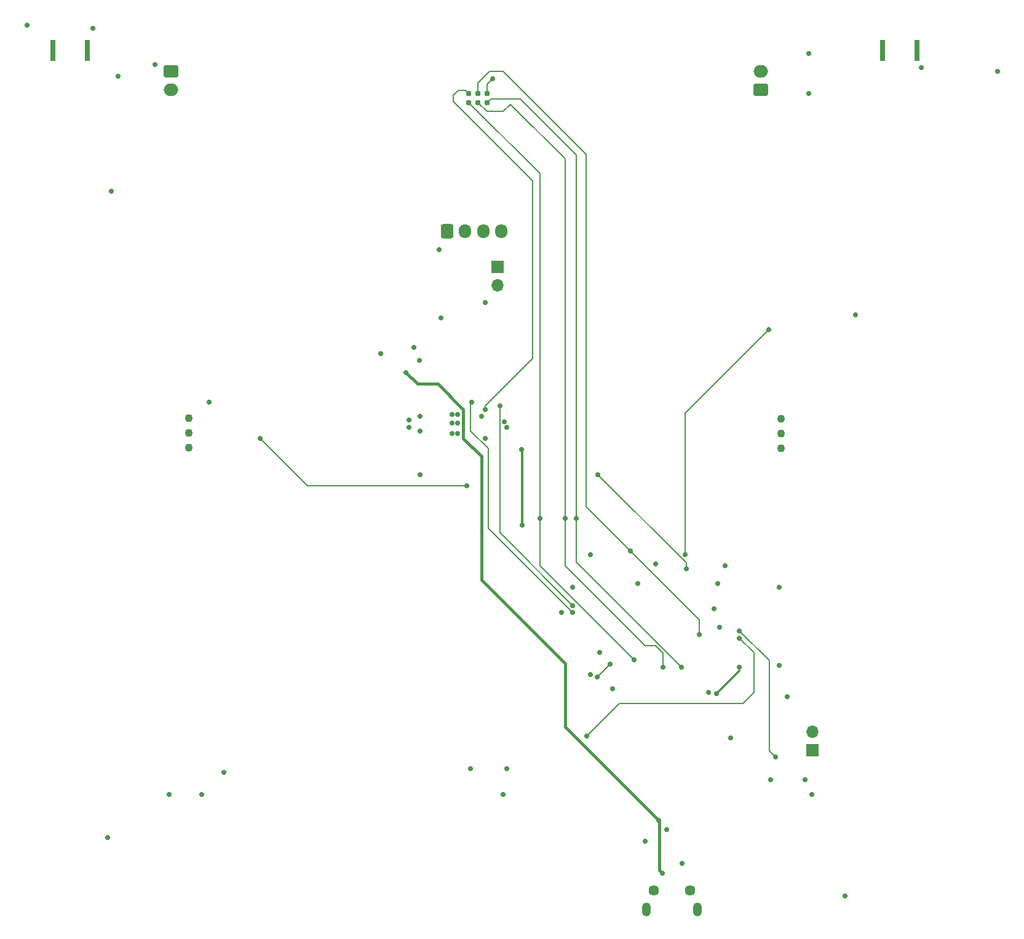
<source format=gbl>
G04 #@! TF.GenerationSoftware,KiCad,Pcbnew,9.0.0*
G04 #@! TF.CreationDate,2025-03-18T22:32:34-07:00*
G04 #@! TF.ProjectId,steering wheel v4,73746565-7269-46e6-9720-776865656c20,B*
G04 #@! TF.SameCoordinates,Original*
G04 #@! TF.FileFunction,Copper,L4,Bot*
G04 #@! TF.FilePolarity,Positive*
%FSLAX46Y46*%
G04 Gerber Fmt 4.6, Leading zero omitted, Abs format (unit mm)*
G04 Created by KiCad (PCBNEW 9.0.0) date 2025-03-18 22:32:34*
%MOMM*%
%LPD*%
G01*
G04 APERTURE LIST*
G04 Aperture macros list*
%AMRoundRect*
0 Rectangle with rounded corners*
0 $1 Rounding radius*
0 $2 $3 $4 $5 $6 $7 $8 $9 X,Y pos of 4 corners*
0 Add a 4 corners polygon primitive as box body*
4,1,4,$2,$3,$4,$5,$6,$7,$8,$9,$2,$3,0*
0 Add four circle primitives for the rounded corners*
1,1,$1+$1,$2,$3*
1,1,$1+$1,$4,$5*
1,1,$1+$1,$6,$7*
1,1,$1+$1,$8,$9*
0 Add four rect primitives between the rounded corners*
20,1,$1+$1,$2,$3,$4,$5,0*
20,1,$1+$1,$4,$5,$6,$7,0*
20,1,$1+$1,$6,$7,$8,$9,0*
20,1,$1+$1,$8,$9,$2,$3,0*%
G04 Aperture macros list end*
G04 #@! TA.AperFunction,ComponentPad*
%ADD10R,1.700000X1.700000*%
G04 #@! TD*
G04 #@! TA.AperFunction,ComponentPad*
%ADD11O,1.700000X1.700000*%
G04 #@! TD*
G04 #@! TA.AperFunction,HeatsinkPad*
%ADD12O,1.200000X1.900000*%
G04 #@! TD*
G04 #@! TA.AperFunction,HeatsinkPad*
%ADD13C,1.450000*%
G04 #@! TD*
G04 #@! TA.AperFunction,ComponentPad*
%ADD14C,1.100000*%
G04 #@! TD*
G04 #@! TA.AperFunction,ComponentPad*
%ADD15R,0.800000X3.000000*%
G04 #@! TD*
G04 #@! TA.AperFunction,ComponentPad*
%ADD16RoundRect,0.250000X-0.600000X-0.725000X0.600000X-0.725000X0.600000X0.725000X-0.600000X0.725000X0*%
G04 #@! TD*
G04 #@! TA.AperFunction,ComponentPad*
%ADD17O,1.700000X1.950000*%
G04 #@! TD*
G04 #@! TA.AperFunction,ComponentPad*
%ADD18RoundRect,0.250000X-0.750000X0.600000X-0.750000X-0.600000X0.750000X-0.600000X0.750000X0.600000X0*%
G04 #@! TD*
G04 #@! TA.AperFunction,ComponentPad*
%ADD19O,2.000000X1.700000*%
G04 #@! TD*
G04 #@! TA.AperFunction,ComponentPad*
%ADD20RoundRect,0.250000X0.750000X-0.600000X0.750000X0.600000X-0.750000X0.600000X-0.750000X-0.600000X0*%
G04 #@! TD*
G04 #@! TA.AperFunction,ConnectorPad*
%ADD21C,0.787400*%
G04 #@! TD*
G04 #@! TA.AperFunction,ViaPad*
%ADD22C,0.700000*%
G04 #@! TD*
G04 #@! TA.AperFunction,Conductor*
%ADD23C,0.200000*%
G04 #@! TD*
G04 #@! TA.AperFunction,Conductor*
%ADD24C,0.300000*%
G04 #@! TD*
G04 #@! TA.AperFunction,Conductor*
%ADD25C,0.400000*%
G04 #@! TD*
G04 APERTURE END LIST*
D10*
X197062500Y-128467058D03*
D11*
X197062500Y-125927058D03*
D12*
X174200000Y-150402500D03*
D13*
X175200000Y-147702500D03*
X180200000Y-147702500D03*
D12*
X181200000Y-150402500D03*
D10*
X153700000Y-61900000D03*
D11*
X153700000Y-64440000D03*
D14*
X192721122Y-82837913D03*
X192721122Y-84837913D03*
X192721122Y-86837913D03*
D15*
X211459122Y-32095413D03*
X206739122Y-32095413D03*
D16*
X146721122Y-56937913D03*
D17*
X149221122Y-56937913D03*
X151721122Y-56937913D03*
X154221122Y-56937913D03*
D18*
X108721122Y-34987913D03*
D19*
X108721122Y-37487913D03*
D15*
X97195627Y-32112913D03*
X92475627Y-32112913D03*
D14*
X111156122Y-86752913D03*
X111156122Y-84752913D03*
X111156122Y-82752913D03*
D20*
X189921122Y-37487913D03*
D19*
X189921122Y-34987913D03*
D21*
X149730000Y-38000000D03*
X149730000Y-39270000D03*
X151000000Y-38000000D03*
X151000000Y-39270000D03*
X152270000Y-38000000D03*
X152270000Y-39270000D03*
D22*
X191000000Y-70500000D03*
X179500000Y-101500000D03*
X143000000Y-90500000D03*
X184250000Y-111500000D03*
X179100000Y-144000000D03*
X191250000Y-132500000D03*
X137600000Y-73800000D03*
X142200000Y-73000000D03*
X151500000Y-82500000D03*
X185750000Y-126750000D03*
X167750000Y-115000000D03*
X154650000Y-83200000D03*
X173040000Y-105500000D03*
X164000000Y-106000000D03*
X141500000Y-84000000D03*
X148200000Y-82200000D03*
X155000000Y-131000000D03*
X147400000Y-83400000D03*
X184000000Y-105500000D03*
X185000000Y-103000000D03*
X143000000Y-84500000D03*
X196500000Y-32500000D03*
X150000000Y-131000000D03*
X108496122Y-134500000D03*
X143000000Y-82500000D03*
X166500000Y-101500000D03*
X169500000Y-120000000D03*
X155000000Y-84000000D03*
X145621122Y-59512913D03*
X148200000Y-84800000D03*
X175500000Y-102775000D03*
X153000000Y-36000000D03*
X193583622Y-121089971D03*
X147400000Y-82200000D03*
X196500000Y-38000000D03*
X192500000Y-106000000D03*
X147400000Y-84800000D03*
X148200000Y-83400000D03*
X196000000Y-132500000D03*
X141500000Y-83000000D03*
X183500000Y-109000000D03*
X192500000Y-116750000D03*
X182750000Y-120500000D03*
X101500000Y-35675000D03*
X152025000Y-66825000D03*
X145921122Y-68912913D03*
X116000000Y-131500000D03*
X157084220Y-97415780D03*
X152000000Y-81500000D03*
X157000000Y-87000000D03*
X187000000Y-117000000D03*
X183850000Y-120650000D03*
X100500000Y-51500000D03*
X222500000Y-35000000D03*
X106500000Y-34000000D03*
X88912500Y-28587500D03*
X177000000Y-139400000D03*
X152000000Y-85500000D03*
X100000000Y-140500000D03*
X203000000Y-68500000D03*
X98000000Y-29000000D03*
X201500000Y-148500000D03*
X113000000Y-134500000D03*
X154500000Y-134500000D03*
X162500000Y-109500000D03*
X166500000Y-118000000D03*
X114000000Y-80500000D03*
X142925000Y-74750000D03*
X212000000Y-34500000D03*
X174000000Y-141000000D03*
X197000000Y-134500000D03*
X181500000Y-112500000D03*
X172000000Y-101000000D03*
X159500000Y-96500000D03*
X172500000Y-116000000D03*
X179000000Y-117000000D03*
X164500000Y-96500000D03*
X176500000Y-117000000D03*
X163000000Y-96500000D03*
X166000000Y-126500000D03*
X187000000Y-113000000D03*
X192000000Y-129389000D03*
X187000000Y-112000000D03*
X164000000Y-108500000D03*
X154000000Y-81000000D03*
X164000000Y-109500000D03*
X150186122Y-80500000D03*
X176375000Y-145346043D03*
X141125000Y-76450000D03*
X175900000Y-138100000D03*
X167400000Y-118400000D03*
X169200000Y-116600000D03*
X121000000Y-85500000D03*
X167500000Y-90500000D03*
X149500000Y-92000000D03*
X179651000Y-103500000D03*
D23*
X179500000Y-101500000D02*
X179500000Y-82000000D01*
X179500000Y-82000000D02*
X191000000Y-70500000D01*
X152270000Y-36730000D02*
X153000000Y-36000000D01*
X152270000Y-38000000D02*
X152270000Y-36730000D01*
X147613700Y-38284451D02*
X147613700Y-39113700D01*
X158500000Y-74500000D02*
X152000000Y-81000000D01*
X149336301Y-37606301D02*
X148291850Y-37606301D01*
D24*
X183850000Y-120650000D02*
X187000000Y-117500000D01*
D23*
X152000000Y-81000000D02*
X152000000Y-81500000D01*
X187000000Y-117500000D02*
X187000000Y-117000000D01*
D24*
X157084220Y-87084220D02*
X157000000Y-87000000D01*
D23*
X148291850Y-37606301D02*
X147613700Y-38284451D01*
X147613700Y-39113700D02*
X158500000Y-50000000D01*
X149730000Y-38000000D02*
X149336301Y-37606301D01*
X158500000Y-50000000D02*
X158500000Y-74500000D01*
D24*
X157084220Y-97415780D02*
X157084220Y-87084220D01*
D23*
X165901000Y-46401000D02*
X154500000Y-35000000D01*
X181500000Y-112500000D02*
X181500000Y-110500000D01*
X172000000Y-101000000D02*
X165901000Y-94901000D01*
X151000000Y-36602745D02*
X151000000Y-38000000D01*
X181500000Y-110500000D02*
X172000000Y-101000000D01*
X154500000Y-35000000D02*
X152602745Y-35000000D01*
X152602745Y-35000000D02*
X151000000Y-36602745D01*
X165901000Y-94901000D02*
X165901000Y-46401000D01*
X159500000Y-49040000D02*
X159500000Y-96500000D01*
X159500000Y-103000000D02*
X172500000Y-116000000D01*
X159500000Y-96500000D02*
X159500000Y-103000000D01*
X149730000Y-39270000D02*
X159500000Y-49040000D01*
X164500000Y-102500000D02*
X164500000Y-96500000D01*
X156804700Y-38804700D02*
X158000000Y-40000000D01*
X152270000Y-39270000D02*
X152735300Y-38804700D01*
X164500000Y-96500000D02*
X164500000Y-46500000D01*
X152735300Y-38804700D02*
X156804700Y-38804700D01*
X164500000Y-46500000D02*
X158000000Y-40000000D01*
X179000000Y-117000000D02*
X164500000Y-102500000D01*
X154502700Y-40497300D02*
X152227300Y-40497300D01*
X155500000Y-39500000D02*
X154502700Y-40497300D01*
X152227300Y-40497300D02*
X151000000Y-39270000D01*
X175466450Y-114033550D02*
X174033550Y-114033550D01*
X176500000Y-115067100D02*
X175466450Y-114033550D01*
X163000000Y-96500000D02*
X163000000Y-47000000D01*
X163000000Y-103000000D02*
X163000000Y-96500000D01*
X174033550Y-114033550D02*
X163000000Y-103000000D01*
X176500000Y-117000000D02*
X176500000Y-115067100D01*
X163000000Y-47000000D02*
X155500000Y-39500000D01*
X187500000Y-122000000D02*
X189000000Y-120500000D01*
X189000000Y-120500000D02*
X189000000Y-115000000D01*
X189000000Y-115000000D02*
X187000000Y-113000000D01*
X166000000Y-126500000D02*
X170500000Y-122000000D01*
X170500000Y-122000000D02*
X187500000Y-122000000D01*
X191099000Y-128488000D02*
X191099000Y-116099000D01*
X192000000Y-129389000D02*
X191099000Y-128488000D01*
X191099000Y-116099000D02*
X187000000Y-112000000D01*
X154000000Y-81000000D02*
X154000000Y-87000000D01*
X154000000Y-98500000D02*
X164000000Y-108500000D01*
X154000000Y-87000000D02*
X154000000Y-98500000D01*
X150000000Y-80686122D02*
X150000000Y-84500000D01*
X150186122Y-80500000D02*
X150000000Y-80686122D01*
X152401000Y-97901000D02*
X164000000Y-109500000D01*
X150000000Y-84500000D02*
X152401000Y-86901000D01*
X152401000Y-86901000D02*
X152401000Y-97901000D01*
D25*
X151500000Y-88000000D02*
X151500000Y-105000000D01*
X163000000Y-125200000D02*
X175900000Y-138100000D01*
X149000000Y-85500000D02*
X151500000Y-88000000D01*
X176000000Y-138200000D02*
X176000000Y-144971043D01*
X149000000Y-81500000D02*
X149000000Y-85500000D01*
X145500000Y-78000000D02*
X149000000Y-81500000D01*
X175900000Y-138100000D02*
X176000000Y-138200000D01*
X142675000Y-78000000D02*
X145500000Y-78000000D01*
X163000000Y-116500000D02*
X163000000Y-125200000D01*
X141125000Y-76450000D02*
X142675000Y-78000000D01*
X151500000Y-105000000D02*
X163000000Y-116500000D01*
X176000000Y-144971043D02*
X176375000Y-145346043D01*
D23*
X169200000Y-116600000D02*
X167400000Y-118400000D01*
X179651000Y-103500000D02*
X179651000Y-102651000D01*
X127500000Y-92000000D02*
X149500000Y-92000000D01*
X121000000Y-85500000D02*
X127500000Y-92000000D01*
X179651000Y-102651000D02*
X167500000Y-90500000D01*
M02*

</source>
